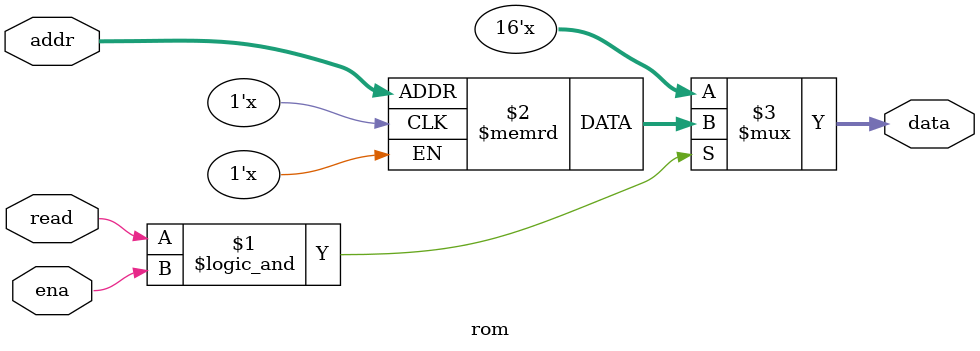
<source format=v>
`timescale 1ns/1ns
module rom(
           //output
           data,     //the data
           //input 
            addr,   //the  read address
            read,   //the signal of read
            ena     //the signal of select the ron
            );
   //output ports           
output[15:0] data;
   
   //input ports
input[11:0] addr;
input read,ena;

  //reg define
reg[15:0] memory[12'hfff:0];

  //wire define
wire[15:0] data;

assign data= (read&&ena)?memory[addr]:16'hzzzz;

endmodule

</source>
